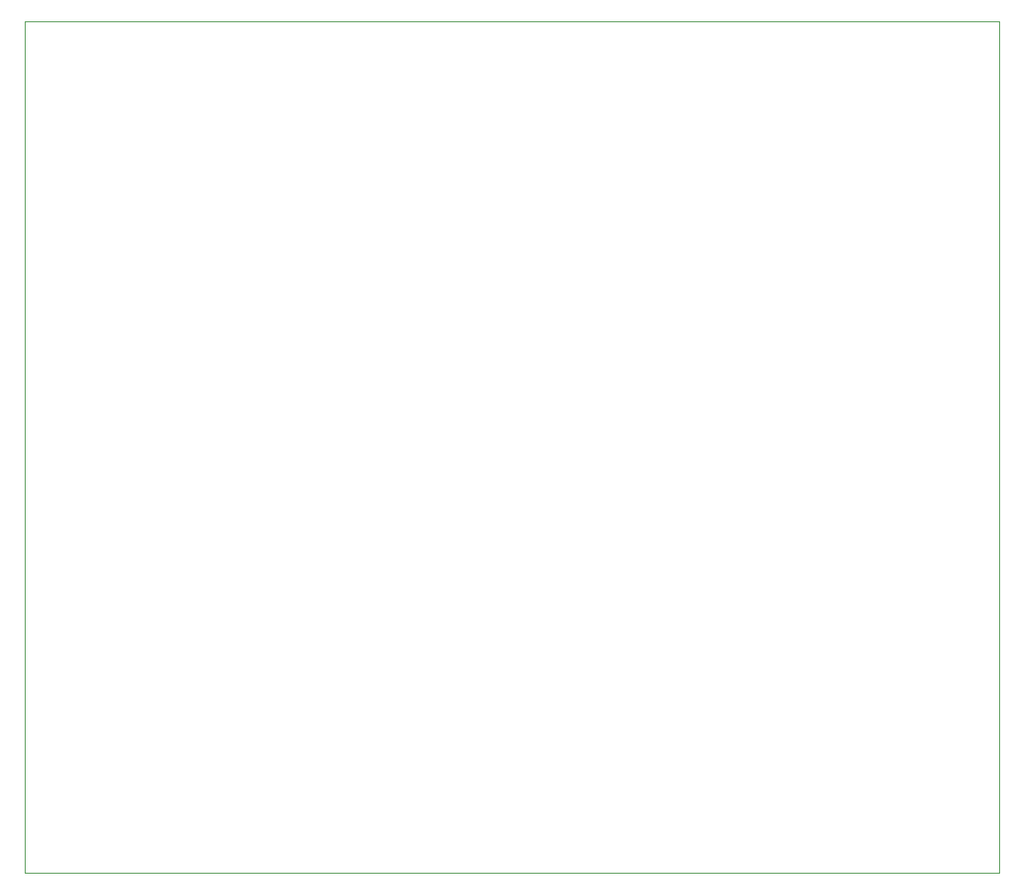
<source format=gbr>
%TF.GenerationSoftware,KiCad,Pcbnew,7.0.9*%
%TF.CreationDate,2024-05-07T07:23:08+02:00*%
%TF.ProjectId,ElectronicDuffing,456c6563-7472-46f6-9e69-634475666669,v 1.1*%
%TF.SameCoordinates,Original*%
%TF.FileFunction,Profile,NP*%
%FSLAX46Y46*%
G04 Gerber Fmt 4.6, Leading zero omitted, Abs format (unit mm)*
G04 Created by KiCad (PCBNEW 7.0.9) date 2024-05-07 07:23:08*
%MOMM*%
%LPD*%
G01*
G04 APERTURE LIST*
%TA.AperFunction,Profile*%
%ADD10C,0.100000*%
%TD*%
G04 APERTURE END LIST*
D10*
X41910000Y-73660000D02*
X138430000Y-73660000D01*
X138430000Y-158115000D01*
X41910000Y-158115000D01*
X41910000Y-73660000D01*
M02*

</source>
